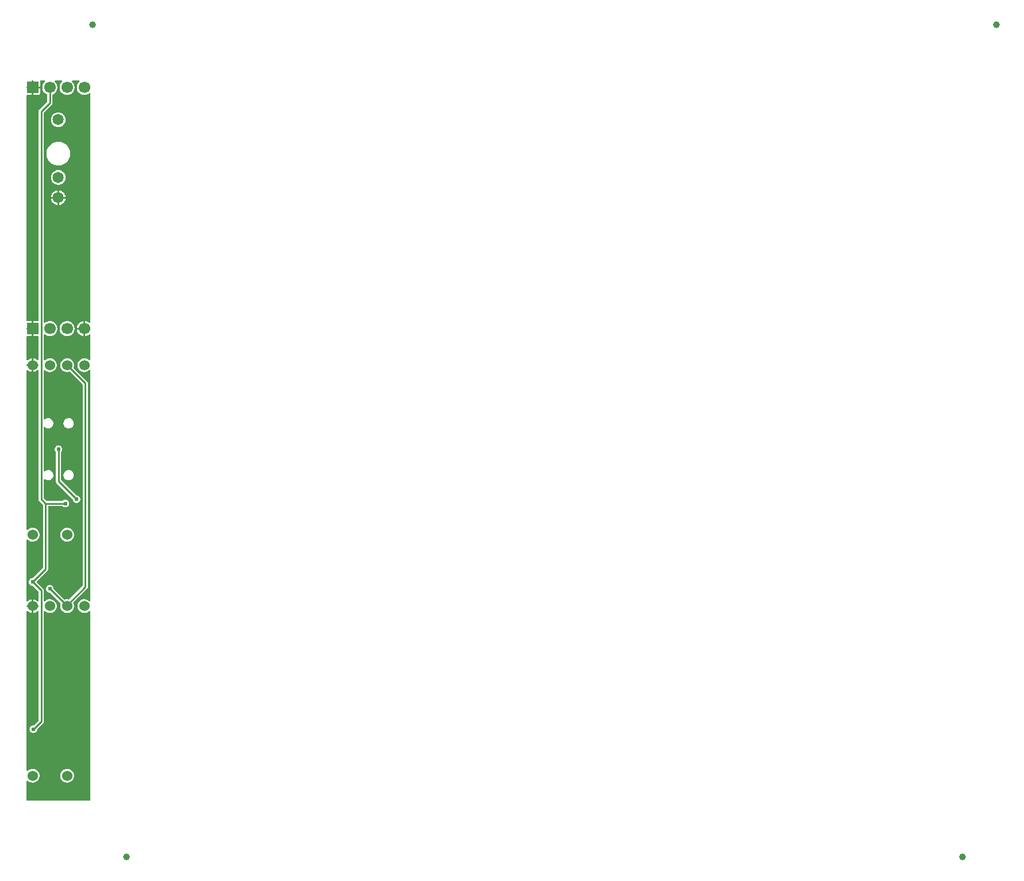
<source format=gtl>
G04 Layer: TopLayer*
G04 Panelize: Stamp Hole, Column: 10, Row: 1, Board Size: 9.91mm x 106.68mm, Panelized Board Size: 153.06mm x 106.68mm*
G04 EasyEDA v6.5.34, 2023-08-21 18:11:39*
G04 ba324229fcc8424cbbcbecf3e9f9a0b2,5a6b42c53f6a479593ecc07194224c93,10*
G04 Gerber Generator version 0.2*
G04 Scale: 100 percent, Rotated: No, Reflected: No *
G04 Dimensions in millimeters *
G04 leading zeros omitted , absolute positions ,4 integer and 5 decimal *
%FSLAX45Y45*%
%MOMM*%

%AMMACRO1*21,1,$1,$2,0,0,$3*%
%ADD10C,0.2540*%
%ADD11C,1.0000*%
%ADD12MACRO1,1.7X1.7X0.0000*%
%ADD13C,1.7000*%
%ADD14C,1.6500*%
%ADD15C,1.5240*%
%ADD16C,0.6096*%
%ADD17C,0.0187*%

%LPD*%
G36*
X36068Y1295908D02*
G01*
X32156Y1296670D01*
X28905Y1298905D01*
X26670Y1302156D01*
X25908Y1306068D01*
X25908Y1583537D01*
X26670Y1587398D01*
X28854Y1590649D01*
X32105Y1592884D01*
X35966Y1593697D01*
X39827Y1592986D01*
X43129Y1590852D01*
X48412Y1585722D01*
X59385Y1577644D01*
X71323Y1571091D01*
X84074Y1566214D01*
X97332Y1563014D01*
X110896Y1561693D01*
X124510Y1562150D01*
X137972Y1564386D01*
X150977Y1568450D01*
X163372Y1574190D01*
X174853Y1581505D01*
X185267Y1590294D01*
X194411Y1600454D01*
X202133Y1611680D01*
X208279Y1623822D01*
X212750Y1636725D01*
X215493Y1650085D01*
X216408Y1663700D01*
X215493Y1677314D01*
X212750Y1690674D01*
X208279Y1703578D01*
X202133Y1715719D01*
X194411Y1726946D01*
X185267Y1737106D01*
X174853Y1745894D01*
X163372Y1753209D01*
X150977Y1758950D01*
X137972Y1763014D01*
X124510Y1765249D01*
X110896Y1765706D01*
X97332Y1764385D01*
X84074Y1761185D01*
X71323Y1756308D01*
X59385Y1749755D01*
X48412Y1741678D01*
X43129Y1736547D01*
X39827Y1734413D01*
X35966Y1733702D01*
X32105Y1734515D01*
X28854Y1736750D01*
X26670Y1740001D01*
X25908Y1743862D01*
X25908Y4083507D01*
X26670Y4087368D01*
X28854Y4090670D01*
X32105Y4092854D01*
X35966Y4093667D01*
X39827Y4092956D01*
X43129Y4090822D01*
X48412Y4085742D01*
X59385Y4077665D01*
X71323Y4071112D01*
X84074Y4066184D01*
X97332Y4063034D01*
X101600Y4062577D01*
X101600Y4150969D01*
X36068Y4150969D01*
X32156Y4151782D01*
X28905Y4153966D01*
X26670Y4157268D01*
X25908Y4161129D01*
X25908Y4166209D01*
X26670Y4170121D01*
X28905Y4173423D01*
X32156Y4175607D01*
X36068Y4176369D01*
X101600Y4176369D01*
X101600Y4264812D01*
X97332Y4264355D01*
X84074Y4261205D01*
X71323Y4256278D01*
X59385Y4249724D01*
X48412Y4241647D01*
X43129Y4236567D01*
X39827Y4234434D01*
X35966Y4233722D01*
X32105Y4234535D01*
X28854Y4236720D01*
X26670Y4240022D01*
X25908Y4243882D01*
X25908Y5136032D01*
X26670Y5139893D01*
X28854Y5143144D01*
X32105Y5145379D01*
X35966Y5146192D01*
X39827Y5145481D01*
X43129Y5143347D01*
X48412Y5138216D01*
X59385Y5130139D01*
X71323Y5123586D01*
X84074Y5118709D01*
X97332Y5115509D01*
X110896Y5114188D01*
X124510Y5114645D01*
X137972Y5116880D01*
X150977Y5120944D01*
X163372Y5126685D01*
X174853Y5134000D01*
X185267Y5142788D01*
X194411Y5152948D01*
X202133Y5164175D01*
X208279Y5176316D01*
X212750Y5189220D01*
X215493Y5202580D01*
X216408Y5216194D01*
X215493Y5229809D01*
X212750Y5243169D01*
X208279Y5256072D01*
X202133Y5268214D01*
X194411Y5279440D01*
X185267Y5289600D01*
X174853Y5298389D01*
X163372Y5305704D01*
X150977Y5311444D01*
X137972Y5315508D01*
X124510Y5317744D01*
X110896Y5318201D01*
X97332Y5316880D01*
X84074Y5313680D01*
X71323Y5308803D01*
X59385Y5302250D01*
X48412Y5294172D01*
X43129Y5289042D01*
X39827Y5286908D01*
X35966Y5286197D01*
X32105Y5287010D01*
X28854Y5289245D01*
X26670Y5292496D01*
X25908Y5296357D01*
X25908Y7636002D01*
X26670Y7639862D01*
X28854Y7643164D01*
X32105Y7645349D01*
X35966Y7646162D01*
X39827Y7645450D01*
X43129Y7643317D01*
X48412Y7638237D01*
X59385Y7630159D01*
X71323Y7623606D01*
X84074Y7618679D01*
X97332Y7615529D01*
X101600Y7615072D01*
X101600Y7703464D01*
X36068Y7703464D01*
X32156Y7704277D01*
X28905Y7706461D01*
X26670Y7709763D01*
X25908Y7713624D01*
X25908Y7718704D01*
X26670Y7722616D01*
X28905Y7725918D01*
X32156Y7728102D01*
X36068Y7728864D01*
X101600Y7728864D01*
X101600Y7817307D01*
X97332Y7816850D01*
X84074Y7813700D01*
X71323Y7808772D01*
X59385Y7802219D01*
X48412Y7794142D01*
X43129Y7789062D01*
X39827Y7786928D01*
X35966Y7786217D01*
X32105Y7787030D01*
X28854Y7789214D01*
X26670Y7792516D01*
X25908Y7796377D01*
X25908Y8133943D01*
X26670Y8137804D01*
X28905Y8141106D01*
X32156Y8143341D01*
X36068Y8144103D01*
X101600Y8144103D01*
X101600Y8242300D01*
X36068Y8242300D01*
X32156Y8243062D01*
X28905Y8245297D01*
X26670Y8248548D01*
X25908Y8252459D01*
X25908Y8257540D01*
X26670Y8261451D01*
X28905Y8264702D01*
X32156Y8266938D01*
X36068Y8267700D01*
X101600Y8267700D01*
X101600Y8365896D01*
X36068Y8365896D01*
X32156Y8366658D01*
X28905Y8368893D01*
X26670Y8372195D01*
X25908Y8376056D01*
X25908Y11689943D01*
X26670Y11693804D01*
X28905Y11697106D01*
X32156Y11699341D01*
X36068Y11700103D01*
X101600Y11700103D01*
X101600Y11798300D01*
X36068Y11798300D01*
X32156Y11799062D01*
X28905Y11801297D01*
X26670Y11804548D01*
X25908Y11808460D01*
X25908Y11813540D01*
X26670Y11817451D01*
X28905Y11820702D01*
X32156Y11822938D01*
X36068Y11823700D01*
X101600Y11823700D01*
X101600Y11901932D01*
X102362Y11905843D01*
X104597Y11909094D01*
X107848Y11911330D01*
X111760Y11912092D01*
X116839Y11912092D01*
X120751Y11911330D01*
X124002Y11909094D01*
X126237Y11905843D01*
X127000Y11901932D01*
X127000Y11823700D01*
X225196Y11823700D01*
X225196Y11895429D01*
X224586Y11900814D01*
X225044Y11905030D01*
X227126Y11908688D01*
X230530Y11911228D01*
X234696Y11912092D01*
X288696Y11912092D01*
X292658Y11911279D01*
X296011Y11908993D01*
X298196Y11905589D01*
X298856Y11901627D01*
X297942Y11897664D01*
X295554Y11894413D01*
X288645Y11888165D01*
X279450Y11877344D01*
X271678Y11865406D01*
X265531Y11852605D01*
X261061Y11839143D01*
X258317Y11825173D01*
X257403Y11811000D01*
X258317Y11796826D01*
X261061Y11782856D01*
X265531Y11769394D01*
X271678Y11756593D01*
X279450Y11744655D01*
X288645Y11733834D01*
X299161Y11724284D01*
X310794Y11716156D01*
X324205Y11709247D01*
X327101Y11706961D01*
X329031Y11703812D01*
X329692Y11700205D01*
X329692Y11602618D01*
X328930Y11598706D01*
X326694Y11595404D01*
X214375Y11483035D01*
X209245Y11476837D01*
X205689Y11470132D01*
X203504Y11462918D01*
X202692Y11454892D01*
X202692Y8376056D01*
X201930Y8372195D01*
X199694Y8368893D01*
X196443Y8366658D01*
X192532Y8365896D01*
X127000Y8365896D01*
X127000Y8267700D01*
X192532Y8267700D01*
X196443Y8266938D01*
X199694Y8264702D01*
X201930Y8261451D01*
X202692Y8257540D01*
X202692Y8252459D01*
X201930Y8248548D01*
X199694Y8245297D01*
X196443Y8243062D01*
X192532Y8242300D01*
X127000Y8242300D01*
X127000Y8144103D01*
X192532Y8144103D01*
X196443Y8143341D01*
X199694Y8141106D01*
X201930Y8137804D01*
X202692Y8133943D01*
X202692Y7796682D01*
X201980Y7792923D01*
X199898Y7789722D01*
X196799Y7787487D01*
X193090Y7786522D01*
X189280Y7787081D01*
X185978Y7788960D01*
X174853Y7798358D01*
X163372Y7805724D01*
X150977Y7811465D01*
X137972Y7815478D01*
X127000Y7817358D01*
X127000Y7728864D01*
X192532Y7728864D01*
X196443Y7728102D01*
X199694Y7725918D01*
X201930Y7722616D01*
X202692Y7718704D01*
X202692Y7713624D01*
X201930Y7709763D01*
X199694Y7706461D01*
X196443Y7704277D01*
X192532Y7703464D01*
X127000Y7703464D01*
X127000Y7615021D01*
X137972Y7616901D01*
X150977Y7620914D01*
X163372Y7626654D01*
X174853Y7634020D01*
X185978Y7643418D01*
X189280Y7645298D01*
X193090Y7645857D01*
X196799Y7644892D01*
X199898Y7642656D01*
X201980Y7639456D01*
X202692Y7635697D01*
X202692Y5740908D01*
X203504Y5732881D01*
X205689Y5725668D01*
X209245Y5718962D01*
X214375Y5712764D01*
X263194Y5663895D01*
X265430Y5660593D01*
X266192Y5656681D01*
X266192Y4731918D01*
X265430Y4728006D01*
X263194Y4724704D01*
X118821Y4580331D01*
X115925Y4578299D01*
X112522Y4577384D01*
X104495Y4576673D01*
X95046Y4574133D01*
X86106Y4570018D01*
X78079Y4564380D01*
X71120Y4557420D01*
X65481Y4549394D01*
X61366Y4540453D01*
X58826Y4531004D01*
X57962Y4521200D01*
X58826Y4511395D01*
X61366Y4501946D01*
X65481Y4493006D01*
X71120Y4484979D01*
X78079Y4478020D01*
X86106Y4472381D01*
X95046Y4468266D01*
X104495Y4465726D01*
X112522Y4465015D01*
X115925Y4464100D01*
X118821Y4462068D01*
X199694Y4381195D01*
X201930Y4377893D01*
X202692Y4373981D01*
X202692Y4244187D01*
X201980Y4240428D01*
X199898Y4237228D01*
X196799Y4234992D01*
X193090Y4234027D01*
X189280Y4234586D01*
X185978Y4236466D01*
X174853Y4245864D01*
X163372Y4253230D01*
X150977Y4258970D01*
X137972Y4262983D01*
X127000Y4264863D01*
X127000Y4176369D01*
X192532Y4176369D01*
X196443Y4175607D01*
X199694Y4173423D01*
X201930Y4170121D01*
X202692Y4166209D01*
X202692Y4161129D01*
X201930Y4157268D01*
X199694Y4153966D01*
X196443Y4151782D01*
X192532Y4150969D01*
X127000Y4150969D01*
X127000Y4062526D01*
X137972Y4064406D01*
X150977Y4068419D01*
X163372Y4074160D01*
X174853Y4081526D01*
X185978Y4090924D01*
X189280Y4092803D01*
X193090Y4093362D01*
X196799Y4092397D01*
X199898Y4090162D01*
X201980Y4086961D01*
X202692Y4083202D01*
X202692Y2484018D01*
X201930Y2480106D01*
X199694Y2476804D01*
X131521Y2408631D01*
X128625Y2406599D01*
X125222Y2405684D01*
X117195Y2404973D01*
X107746Y2402433D01*
X98806Y2398318D01*
X90779Y2392680D01*
X83820Y2385720D01*
X78181Y2377694D01*
X74066Y2368753D01*
X71526Y2359304D01*
X70662Y2349500D01*
X71526Y2339695D01*
X74066Y2330246D01*
X78181Y2321306D01*
X83820Y2313279D01*
X90779Y2306320D01*
X98806Y2300681D01*
X107746Y2296566D01*
X117195Y2294026D01*
X127000Y2293162D01*
X136804Y2294026D01*
X146253Y2296566D01*
X155194Y2300681D01*
X163220Y2306320D01*
X170180Y2313279D01*
X175818Y2321306D01*
X179933Y2330246D01*
X182473Y2339695D01*
X183184Y2347722D01*
X184099Y2351125D01*
X186131Y2354021D01*
X268224Y2436164D01*
X273354Y2442362D01*
X276910Y2449068D01*
X279095Y2456281D01*
X279908Y2464308D01*
X279908Y4083507D01*
X280670Y4087368D01*
X282854Y4090670D01*
X286105Y4092854D01*
X289966Y4093667D01*
X293827Y4092956D01*
X297129Y4090822D01*
X302412Y4085742D01*
X313385Y4077665D01*
X325323Y4071112D01*
X338074Y4066184D01*
X351332Y4063034D01*
X364896Y4061663D01*
X378510Y4062120D01*
X391972Y4064406D01*
X404977Y4068419D01*
X417372Y4074160D01*
X428853Y4081526D01*
X439267Y4090314D01*
X448411Y4100423D01*
X456133Y4111650D01*
X462280Y4123842D01*
X466750Y4136745D01*
X469493Y4150106D01*
X470408Y4163669D01*
X469493Y4177284D01*
X466750Y4190644D01*
X462280Y4203547D01*
X456133Y4215739D01*
X448411Y4226966D01*
X439267Y4237075D01*
X428853Y4245864D01*
X417372Y4253230D01*
X404977Y4258970D01*
X391972Y4262983D01*
X378510Y4265269D01*
X364896Y4265726D01*
X351332Y4264355D01*
X338074Y4261205D01*
X325323Y4256278D01*
X313385Y4249724D01*
X302412Y4241647D01*
X297129Y4236567D01*
X293827Y4234434D01*
X289966Y4233722D01*
X286105Y4234535D01*
X282854Y4236720D01*
X280670Y4240022D01*
X279908Y4243882D01*
X279908Y4393692D01*
X279095Y4401718D01*
X276910Y4408932D01*
X273354Y4415637D01*
X268224Y4421835D01*
X176072Y4514037D01*
X173888Y4517288D01*
X173126Y4521200D01*
X173888Y4525111D01*
X176072Y4528362D01*
X331724Y4684064D01*
X336854Y4690262D01*
X340410Y4696968D01*
X342595Y4704181D01*
X343408Y4712208D01*
X343408Y5628132D01*
X344170Y5632043D01*
X346405Y5635294D01*
X349656Y5637530D01*
X353568Y5638292D01*
X551891Y5638292D01*
X555802Y5637530D01*
X559104Y5635294D01*
X560679Y5633720D01*
X568706Y5628081D01*
X577646Y5623966D01*
X587095Y5621426D01*
X596900Y5620562D01*
X606704Y5621426D01*
X616153Y5623966D01*
X625094Y5628081D01*
X633120Y5633720D01*
X640080Y5640679D01*
X645718Y5648706D01*
X649833Y5657646D01*
X652373Y5667095D01*
X653237Y5676900D01*
X652373Y5686704D01*
X649833Y5696153D01*
X645718Y5705094D01*
X640080Y5713120D01*
X633120Y5720080D01*
X625094Y5725718D01*
X616153Y5729833D01*
X606704Y5732373D01*
X596900Y5733237D01*
X587095Y5732373D01*
X577646Y5729833D01*
X568706Y5725718D01*
X560679Y5720080D01*
X559104Y5718505D01*
X555802Y5716270D01*
X551891Y5715508D01*
X325018Y5715508D01*
X321106Y5716270D01*
X317804Y5718505D01*
X282905Y5753404D01*
X280670Y5756706D01*
X279908Y5760618D01*
X279908Y6028486D01*
X280873Y6032855D01*
X283667Y6036360D01*
X287680Y6038342D01*
X292150Y6038443D01*
X296214Y6036564D01*
X304088Y6030569D01*
X314248Y6025032D01*
X325221Y6021120D01*
X336600Y6018885D01*
X348234Y6018428D01*
X359765Y6019800D01*
X370941Y6022848D01*
X381558Y6027623D01*
X391312Y6033922D01*
X399999Y6041644D01*
X407365Y6050635D01*
X413308Y6060592D01*
X417677Y6071362D01*
X420319Y6082690D01*
X421182Y6094272D01*
X420319Y6105855D01*
X417677Y6117183D01*
X413308Y6127953D01*
X407365Y6137910D01*
X399999Y6146901D01*
X391312Y6154623D01*
X381558Y6160922D01*
X370941Y6165697D01*
X359765Y6168745D01*
X348234Y6170117D01*
X336600Y6169660D01*
X325221Y6167424D01*
X314248Y6163513D01*
X304088Y6157976D01*
X296214Y6151981D01*
X292150Y6150102D01*
X287680Y6150203D01*
X283667Y6152184D01*
X280873Y6155690D01*
X279908Y6160058D01*
X279908Y6793941D01*
X280873Y6798309D01*
X283667Y6801866D01*
X287680Y6803847D01*
X292150Y6803898D01*
X296214Y6802069D01*
X304038Y6796074D01*
X314248Y6790537D01*
X325170Y6786625D01*
X336600Y6784390D01*
X348183Y6783933D01*
X359714Y6785305D01*
X370941Y6788353D01*
X381558Y6793128D01*
X391261Y6799427D01*
X399948Y6807149D01*
X407365Y6816140D01*
X413308Y6826097D01*
X417626Y6836867D01*
X420268Y6848195D01*
X421182Y6859778D01*
X420268Y6871360D01*
X417626Y6882688D01*
X413308Y6893458D01*
X407365Y6903415D01*
X399948Y6912406D01*
X391261Y6920128D01*
X381558Y6926427D01*
X370941Y6931202D01*
X359714Y6934250D01*
X348183Y6935622D01*
X336600Y6935165D01*
X325170Y6932930D01*
X314248Y6929018D01*
X304038Y6923481D01*
X296214Y6917486D01*
X292150Y6915658D01*
X287680Y6915708D01*
X283667Y6917690D01*
X280873Y6921246D01*
X279908Y6925614D01*
X279908Y7636002D01*
X280670Y7639862D01*
X282854Y7643164D01*
X286105Y7645349D01*
X289966Y7646162D01*
X293827Y7645450D01*
X297129Y7643317D01*
X302412Y7638237D01*
X313385Y7630159D01*
X325323Y7623606D01*
X338074Y7618679D01*
X351332Y7615529D01*
X364896Y7614158D01*
X378510Y7614615D01*
X391972Y7616901D01*
X404977Y7620914D01*
X417372Y7626654D01*
X428853Y7634020D01*
X439267Y7642809D01*
X448411Y7652918D01*
X456133Y7664145D01*
X462280Y7676337D01*
X466750Y7689240D01*
X469493Y7702600D01*
X470408Y7716164D01*
X469493Y7729778D01*
X466750Y7743139D01*
X462280Y7756042D01*
X456133Y7768234D01*
X448411Y7779461D01*
X439267Y7789570D01*
X428853Y7798358D01*
X417372Y7805724D01*
X404977Y7811465D01*
X391972Y7815478D01*
X378510Y7817764D01*
X364896Y7818221D01*
X351332Y7816850D01*
X338074Y7813700D01*
X325323Y7808772D01*
X313385Y7802219D01*
X302412Y7794142D01*
X297129Y7789062D01*
X293827Y7786928D01*
X289966Y7786217D01*
X286105Y7787030D01*
X282854Y7789214D01*
X280670Y7792516D01*
X279908Y7796377D01*
X279908Y8162848D01*
X280670Y8166658D01*
X282752Y8169909D01*
X285953Y8172145D01*
X289763Y8173008D01*
X293573Y8172399D01*
X296875Y8170367D01*
X299161Y8168284D01*
X310794Y8160156D01*
X323392Y8153603D01*
X336753Y8148675D01*
X350621Y8145525D01*
X364744Y8144154D01*
X378968Y8144611D01*
X392988Y8146897D01*
X406603Y8150910D01*
X419608Y8156702D01*
X431749Y8164068D01*
X442874Y8172907D01*
X452729Y8183118D01*
X461213Y8194497D01*
X468223Y8206892D01*
X473557Y8220049D01*
X477164Y8233816D01*
X478942Y8247888D01*
X478942Y8262112D01*
X477164Y8276183D01*
X473557Y8289950D01*
X468223Y8303107D01*
X461213Y8315502D01*
X452729Y8326881D01*
X442874Y8337092D01*
X431749Y8345931D01*
X419608Y8353298D01*
X406603Y8359038D01*
X392988Y8363102D01*
X378968Y8365388D01*
X364744Y8365845D01*
X350621Y8364474D01*
X336753Y8361324D01*
X323392Y8356396D01*
X310794Y8349843D01*
X299161Y8341715D01*
X296875Y8339632D01*
X293573Y8337600D01*
X289763Y8336991D01*
X285953Y8337854D01*
X282752Y8340090D01*
X280670Y8343341D01*
X279908Y8347151D01*
X279908Y11435181D01*
X280670Y11439093D01*
X282905Y11442395D01*
X395224Y11554764D01*
X400354Y11560962D01*
X403910Y11567668D01*
X406095Y11574881D01*
X406908Y11582908D01*
X406908Y11700459D01*
X407670Y11704269D01*
X409752Y11707520D01*
X412953Y11709755D01*
X419608Y11712702D01*
X431749Y11720068D01*
X442874Y11728907D01*
X452729Y11739118D01*
X461213Y11750497D01*
X468223Y11762892D01*
X473557Y11776049D01*
X477164Y11789816D01*
X478942Y11803888D01*
X478942Y11818112D01*
X477164Y11832183D01*
X473557Y11845950D01*
X468223Y11859107D01*
X461213Y11871502D01*
X452729Y11882882D01*
X439064Y11897207D01*
X437946Y11901170D01*
X438454Y11905284D01*
X440588Y11908840D01*
X443992Y11911228D01*
X448056Y11912092D01*
X542696Y11912092D01*
X546658Y11911279D01*
X550011Y11908993D01*
X552196Y11905589D01*
X552856Y11901627D01*
X551942Y11897664D01*
X549554Y11894413D01*
X542645Y11888165D01*
X533450Y11877344D01*
X525678Y11865406D01*
X519531Y11852605D01*
X515061Y11839143D01*
X512318Y11825173D01*
X511403Y11811000D01*
X512318Y11796826D01*
X515061Y11782856D01*
X519531Y11769394D01*
X525678Y11756593D01*
X533450Y11744655D01*
X542645Y11733834D01*
X553161Y11724284D01*
X564794Y11716156D01*
X577392Y11709603D01*
X590753Y11704675D01*
X604621Y11701526D01*
X618744Y11700154D01*
X632968Y11700611D01*
X646988Y11702897D01*
X660603Y11706910D01*
X673608Y11712702D01*
X685749Y11720068D01*
X696874Y11728907D01*
X706729Y11739118D01*
X715213Y11750497D01*
X722223Y11762892D01*
X727557Y11776049D01*
X731164Y11789816D01*
X732942Y11803888D01*
X732942Y11818112D01*
X731164Y11832183D01*
X727557Y11845950D01*
X722223Y11859107D01*
X715213Y11871502D01*
X706729Y11882882D01*
X693064Y11897207D01*
X691946Y11901170D01*
X692454Y11905284D01*
X694588Y11908840D01*
X697992Y11911228D01*
X702056Y11912092D01*
X796696Y11912092D01*
X800658Y11911279D01*
X804011Y11908993D01*
X806196Y11905589D01*
X806856Y11901627D01*
X805942Y11897664D01*
X803554Y11894413D01*
X796645Y11888165D01*
X787450Y11877344D01*
X779678Y11865406D01*
X773531Y11852605D01*
X769061Y11839143D01*
X766318Y11825173D01*
X765403Y11811000D01*
X766318Y11796826D01*
X769061Y11782856D01*
X773531Y11769394D01*
X779678Y11756593D01*
X787450Y11744655D01*
X796645Y11733834D01*
X807161Y11724284D01*
X818794Y11716156D01*
X831392Y11709603D01*
X844753Y11704675D01*
X858621Y11701526D01*
X872744Y11700154D01*
X886968Y11700611D01*
X900988Y11702897D01*
X914603Y11706910D01*
X927608Y11712702D01*
X939749Y11720068D01*
X948182Y11726773D01*
X951534Y11728551D01*
X955294Y11729008D01*
X958951Y11727992D01*
X961999Y11725757D01*
X963980Y11722557D01*
X964692Y11718848D01*
X964692Y8347151D01*
X963980Y8343442D01*
X961999Y8340242D01*
X958951Y8338007D01*
X955294Y8336991D01*
X951534Y8337448D01*
X948182Y8339226D01*
X939749Y8345931D01*
X927608Y8353298D01*
X914603Y8359038D01*
X900988Y8363102D01*
X889000Y8365032D01*
X889000Y8267700D01*
X954532Y8267700D01*
X958443Y8266938D01*
X961694Y8264702D01*
X963930Y8261451D01*
X964692Y8257540D01*
X964692Y8252459D01*
X963930Y8248548D01*
X961694Y8245297D01*
X958443Y8243062D01*
X954532Y8242300D01*
X889000Y8242300D01*
X889000Y8144967D01*
X900988Y8146897D01*
X914603Y8150910D01*
X927608Y8156702D01*
X939749Y8164068D01*
X948182Y8170773D01*
X951534Y8172551D01*
X955294Y8173008D01*
X958951Y8171992D01*
X961999Y8169757D01*
X963980Y8166557D01*
X964692Y8162848D01*
X964692Y7796682D01*
X963980Y7792923D01*
X961898Y7789722D01*
X958799Y7787487D01*
X955090Y7786522D01*
X951280Y7787081D01*
X947978Y7788960D01*
X936853Y7798358D01*
X925372Y7805724D01*
X912977Y7811465D01*
X899972Y7815478D01*
X886510Y7817764D01*
X872896Y7818221D01*
X859332Y7816850D01*
X846074Y7813700D01*
X833323Y7808772D01*
X821385Y7802219D01*
X810412Y7794142D01*
X800608Y7784642D01*
X792124Y7773974D01*
X785164Y7762240D01*
X779881Y7749692D01*
X776274Y7736535D01*
X774446Y7723022D01*
X774446Y7709357D01*
X776274Y7695844D01*
X779881Y7682687D01*
X785164Y7670139D01*
X792124Y7658404D01*
X800608Y7647736D01*
X810412Y7638237D01*
X821385Y7630159D01*
X833323Y7623606D01*
X846074Y7618679D01*
X859332Y7615529D01*
X872896Y7614158D01*
X886510Y7614615D01*
X899972Y7616901D01*
X912977Y7620914D01*
X925372Y7626654D01*
X936853Y7634020D01*
X947978Y7643418D01*
X951280Y7645298D01*
X955090Y7645857D01*
X958799Y7644892D01*
X961898Y7642656D01*
X963980Y7639456D01*
X964692Y7635697D01*
X964692Y4244187D01*
X963980Y4240428D01*
X961898Y4237228D01*
X958799Y4234992D01*
X955090Y4234027D01*
X951280Y4234586D01*
X947978Y4236466D01*
X936853Y4245864D01*
X925372Y4253230D01*
X912977Y4258970D01*
X899972Y4262983D01*
X886510Y4265269D01*
X872896Y4265726D01*
X859332Y4264355D01*
X846074Y4261205D01*
X833323Y4256278D01*
X821385Y4249724D01*
X810412Y4241647D01*
X800608Y4232148D01*
X792124Y4221480D01*
X785164Y4209745D01*
X779881Y4197197D01*
X776274Y4184040D01*
X774446Y4170527D01*
X774446Y4156862D01*
X776274Y4143349D01*
X779881Y4130192D01*
X785164Y4117644D01*
X792124Y4105910D01*
X800608Y4095242D01*
X810412Y4085742D01*
X821385Y4077665D01*
X833323Y4071112D01*
X846074Y4066184D01*
X859332Y4063034D01*
X872896Y4061663D01*
X886510Y4062120D01*
X899972Y4064406D01*
X912977Y4068419D01*
X925372Y4074160D01*
X936853Y4081526D01*
X947978Y4090924D01*
X951280Y4092803D01*
X955090Y4093362D01*
X958799Y4092397D01*
X961898Y4090162D01*
X963980Y4086961D01*
X964692Y4083202D01*
X964692Y1306068D01*
X963930Y1302156D01*
X961694Y1298905D01*
X958443Y1296670D01*
X954532Y1295908D01*
G37*

%LPC*%
G36*
X127000Y11700103D02*
G01*
X198729Y11700103D01*
X205028Y11700814D01*
X210515Y11702694D01*
X215392Y11705793D01*
X219506Y11709908D01*
X222605Y11714784D01*
X224485Y11720271D01*
X225196Y11726570D01*
X225196Y11798300D01*
X127000Y11798300D01*
G37*
G36*
X618896Y5114188D02*
G01*
X632510Y5114645D01*
X645972Y5116880D01*
X658977Y5120944D01*
X671372Y5126685D01*
X682853Y5134000D01*
X693267Y5142788D01*
X702411Y5152948D01*
X710133Y5164175D01*
X716280Y5176316D01*
X720750Y5189220D01*
X723493Y5202580D01*
X724408Y5216194D01*
X723493Y5229809D01*
X720750Y5243169D01*
X716280Y5256072D01*
X710133Y5268214D01*
X702411Y5279440D01*
X693267Y5289600D01*
X682853Y5298389D01*
X671372Y5305704D01*
X658977Y5311444D01*
X645972Y5315508D01*
X632510Y5317744D01*
X618896Y5318201D01*
X605332Y5316880D01*
X592074Y5313680D01*
X579323Y5308803D01*
X567385Y5302250D01*
X556412Y5294172D01*
X546608Y5284673D01*
X538124Y5273954D01*
X531164Y5262219D01*
X525881Y5249672D01*
X522274Y5236514D01*
X520446Y5223002D01*
X520446Y5209387D01*
X522274Y5195874D01*
X525881Y5182717D01*
X531164Y5170170D01*
X538124Y5158435D01*
X546608Y5147716D01*
X556412Y5138216D01*
X567385Y5130139D01*
X579323Y5123586D01*
X592074Y5118709D01*
X605332Y5115509D01*
G37*
G36*
X762000Y5684062D02*
G01*
X771804Y5684926D01*
X781253Y5687466D01*
X790194Y5691581D01*
X798220Y5697220D01*
X805180Y5704179D01*
X810818Y5712206D01*
X814933Y5721146D01*
X817473Y5730595D01*
X818337Y5740400D01*
X817473Y5750204D01*
X814933Y5759653D01*
X810818Y5768594D01*
X805180Y5776620D01*
X798220Y5783580D01*
X790194Y5789218D01*
X781253Y5793333D01*
X771804Y5795873D01*
X763778Y5796584D01*
X760374Y5797499D01*
X757478Y5799531D01*
X536905Y6020104D01*
X534670Y6023406D01*
X533908Y6027318D01*
X533908Y6431991D01*
X534670Y6435902D01*
X536905Y6439204D01*
X538480Y6440779D01*
X544118Y6448806D01*
X548233Y6457746D01*
X550773Y6467195D01*
X551637Y6477000D01*
X550773Y6486804D01*
X548233Y6496253D01*
X544118Y6505194D01*
X538480Y6513220D01*
X531520Y6520180D01*
X523493Y6525818D01*
X514553Y6529933D01*
X505104Y6532473D01*
X495300Y6533337D01*
X485495Y6532473D01*
X476046Y6529933D01*
X467106Y6525818D01*
X459079Y6520180D01*
X452120Y6513220D01*
X446481Y6505194D01*
X442366Y6496253D01*
X439826Y6486804D01*
X438962Y6477000D01*
X439826Y6467195D01*
X442366Y6457746D01*
X446481Y6448806D01*
X452120Y6440779D01*
X453694Y6439204D01*
X455930Y6435902D01*
X456692Y6431991D01*
X456692Y6007608D01*
X457504Y5999581D01*
X459689Y5992368D01*
X463245Y5985662D01*
X468376Y5979464D01*
X702868Y5744921D01*
X704900Y5742025D01*
X705815Y5738622D01*
X706526Y5730595D01*
X709066Y5721146D01*
X713181Y5712206D01*
X718820Y5704179D01*
X725779Y5697220D01*
X733806Y5691581D01*
X742746Y5687466D01*
X752195Y5684926D01*
G37*
G36*
X648208Y6018377D02*
G01*
X659739Y6019749D01*
X670966Y6022797D01*
X681583Y6027572D01*
X691286Y6033871D01*
X699973Y6041593D01*
X707390Y6050584D01*
X713333Y6060541D01*
X717651Y6071311D01*
X720293Y6082639D01*
X721207Y6094222D01*
X720293Y6105804D01*
X717651Y6117132D01*
X713333Y6127902D01*
X707390Y6137859D01*
X699973Y6146850D01*
X691286Y6154572D01*
X681583Y6160871D01*
X670966Y6165646D01*
X659739Y6168694D01*
X648208Y6170066D01*
X636625Y6169609D01*
X625195Y6167374D01*
X614273Y6163462D01*
X604062Y6157925D01*
X594817Y6150864D01*
X586790Y6142482D01*
X580085Y6132982D01*
X574954Y6122568D01*
X571449Y6111494D01*
X569671Y6100013D01*
X569671Y6088430D01*
X571449Y6076950D01*
X574954Y6065875D01*
X580085Y6055461D01*
X586790Y6045962D01*
X594817Y6037580D01*
X604062Y6030518D01*
X614273Y6024981D01*
X625195Y6021070D01*
X636625Y6018834D01*
G37*
G36*
X648208Y6783882D02*
G01*
X659739Y6785254D01*
X670915Y6788302D01*
X681532Y6793077D01*
X691286Y6799376D01*
X699973Y6807098D01*
X707339Y6816090D01*
X713282Y6826046D01*
X717651Y6836816D01*
X720293Y6848144D01*
X721156Y6859727D01*
X720293Y6871309D01*
X717651Y6882638D01*
X713282Y6893407D01*
X707339Y6903364D01*
X699973Y6912356D01*
X691286Y6920077D01*
X681532Y6926376D01*
X670915Y6931152D01*
X659739Y6934200D01*
X648208Y6935571D01*
X636574Y6935114D01*
X625195Y6932879D01*
X614222Y6928967D01*
X604062Y6923430D01*
X594817Y6916369D01*
X586740Y6907987D01*
X580085Y6898487D01*
X574903Y6888073D01*
X571398Y6876999D01*
X569620Y6865518D01*
X569620Y6853936D01*
X571398Y6842455D01*
X574903Y6831380D01*
X580085Y6820966D01*
X586740Y6811467D01*
X594817Y6803085D01*
X604062Y6796024D01*
X614222Y6790486D01*
X625195Y6786575D01*
X636574Y6784340D01*
G37*
G36*
X618896Y1561693D02*
G01*
X632510Y1562150D01*
X645972Y1564386D01*
X658977Y1568450D01*
X671372Y1574190D01*
X682853Y1581505D01*
X693267Y1590294D01*
X702411Y1600454D01*
X710133Y1611680D01*
X716280Y1623822D01*
X720750Y1636725D01*
X723493Y1650085D01*
X724408Y1663700D01*
X723493Y1677314D01*
X720750Y1690674D01*
X716280Y1703578D01*
X710133Y1715719D01*
X702411Y1726946D01*
X693267Y1737106D01*
X682853Y1745894D01*
X671372Y1753209D01*
X658977Y1758950D01*
X645972Y1763014D01*
X632510Y1765249D01*
X618896Y1765706D01*
X605332Y1764385D01*
X592074Y1761185D01*
X579323Y1756308D01*
X567385Y1749755D01*
X556412Y1741678D01*
X546608Y1732178D01*
X538124Y1721459D01*
X531164Y1709724D01*
X525881Y1697177D01*
X522274Y1684020D01*
X520446Y1670507D01*
X520446Y1656892D01*
X522274Y1643380D01*
X525881Y1630222D01*
X531164Y1617675D01*
X538124Y1605940D01*
X546608Y1595221D01*
X556412Y1585722D01*
X567385Y1577644D01*
X579323Y1571091D01*
X592074Y1566214D01*
X605332Y1563014D01*
G37*
G36*
X618744Y8144154D02*
G01*
X632968Y8144611D01*
X646988Y8146897D01*
X660603Y8150910D01*
X673608Y8156702D01*
X685749Y8164068D01*
X696874Y8172907D01*
X706729Y8183118D01*
X715213Y8194497D01*
X722223Y8206892D01*
X727557Y8220049D01*
X731164Y8233816D01*
X732942Y8247888D01*
X732942Y8262112D01*
X731164Y8276183D01*
X727557Y8289950D01*
X722223Y8303107D01*
X715213Y8315502D01*
X706729Y8326881D01*
X696874Y8337092D01*
X685749Y8345931D01*
X673608Y8353298D01*
X660603Y8359038D01*
X646988Y8363102D01*
X632968Y8365388D01*
X618744Y8365845D01*
X604621Y8364474D01*
X590753Y8361324D01*
X577392Y8356396D01*
X564794Y8349843D01*
X553161Y8341715D01*
X542645Y8332165D01*
X533450Y8321344D01*
X525678Y8309406D01*
X519531Y8296605D01*
X515061Y8283143D01*
X512318Y8269173D01*
X511403Y8255000D01*
X512318Y8240826D01*
X515061Y8226856D01*
X519531Y8213394D01*
X525678Y8200593D01*
X533450Y8188655D01*
X542645Y8177834D01*
X553161Y8168284D01*
X564794Y8160156D01*
X577392Y8153603D01*
X590753Y8148675D01*
X604621Y8145525D01*
G37*
G36*
X863600Y8145068D02*
G01*
X863600Y8242300D01*
X766216Y8242300D01*
X766318Y8240826D01*
X769061Y8226856D01*
X773531Y8213394D01*
X779678Y8200593D01*
X787450Y8188655D01*
X796645Y8177834D01*
X807161Y8168284D01*
X818794Y8160156D01*
X831392Y8153603D01*
X844753Y8148675D01*
X858621Y8145525D01*
G37*
G36*
X618896Y4061663D02*
G01*
X632510Y4062120D01*
X645972Y4064406D01*
X658977Y4068419D01*
X671372Y4074160D01*
X682853Y4081526D01*
X693267Y4090314D01*
X702411Y4100423D01*
X710133Y4111650D01*
X716280Y4123842D01*
X720750Y4136745D01*
X723493Y4150106D01*
X724408Y4163669D01*
X723493Y4177284D01*
X720750Y4190644D01*
X716280Y4203547D01*
X714857Y4206392D01*
X713790Y4210456D01*
X714451Y4214622D01*
X716737Y4218127D01*
X915924Y4417364D01*
X921054Y4423562D01*
X924610Y4430268D01*
X926795Y4437481D01*
X927608Y4445508D01*
X927608Y7449007D01*
X926795Y7457033D01*
X924610Y7464247D01*
X921054Y7470902D01*
X915924Y7477150D01*
X720902Y7672171D01*
X718769Y7675321D01*
X717956Y7678978D01*
X718515Y7682687D01*
X720750Y7689240D01*
X723493Y7702600D01*
X724408Y7716164D01*
X723493Y7729778D01*
X720750Y7743139D01*
X716280Y7756042D01*
X710133Y7768234D01*
X702411Y7779461D01*
X693267Y7789570D01*
X682853Y7798358D01*
X671372Y7805724D01*
X658977Y7811465D01*
X645972Y7815478D01*
X632510Y7817764D01*
X618896Y7818221D01*
X605332Y7816850D01*
X592074Y7813700D01*
X579323Y7808772D01*
X567385Y7802219D01*
X556412Y7794142D01*
X546608Y7784642D01*
X538124Y7773974D01*
X531164Y7762240D01*
X525881Y7749692D01*
X522274Y7736535D01*
X520446Y7723022D01*
X520446Y7709357D01*
X522274Y7695844D01*
X525881Y7682687D01*
X531164Y7670139D01*
X538124Y7658404D01*
X546608Y7647736D01*
X556412Y7638237D01*
X567385Y7630159D01*
X579323Y7623606D01*
X592074Y7618679D01*
X605332Y7615529D01*
X618896Y7614158D01*
X632510Y7614615D01*
X645972Y7616901D01*
X656183Y7620050D01*
X659790Y7620508D01*
X663346Y7619593D01*
X666343Y7617510D01*
X847394Y7436459D01*
X849630Y7433157D01*
X850392Y7429296D01*
X850392Y4465218D01*
X849630Y4461306D01*
X847394Y4458004D01*
X655167Y4265777D01*
X652576Y4263898D01*
X649528Y4262932D01*
X646277Y4262932D01*
X632510Y4265269D01*
X618896Y4265726D01*
X605332Y4264355D01*
X592074Y4261205D01*
X589076Y4260037D01*
X585266Y4259376D01*
X581456Y4260189D01*
X578256Y4262374D01*
X427634Y4412996D01*
X425602Y4415891D01*
X424688Y4419295D01*
X423773Y4429404D01*
X421233Y4438853D01*
X417118Y4447794D01*
X411480Y4455820D01*
X404520Y4462780D01*
X396494Y4468418D01*
X387553Y4472533D01*
X378104Y4475073D01*
X368300Y4475937D01*
X358495Y4475073D01*
X349046Y4472533D01*
X340106Y4468418D01*
X332079Y4462780D01*
X325120Y4455820D01*
X319481Y4447794D01*
X315366Y4438853D01*
X312826Y4429404D01*
X311962Y4419600D01*
X312826Y4409795D01*
X315366Y4400346D01*
X319481Y4391406D01*
X325120Y4383379D01*
X332079Y4376420D01*
X340106Y4370781D01*
X349046Y4366666D01*
X358495Y4364126D01*
X364439Y4363567D01*
X367842Y4362653D01*
X370738Y4360672D01*
X523493Y4207865D01*
X525526Y4204970D01*
X526440Y4201566D01*
X526135Y4198010D01*
X522274Y4184040D01*
X520446Y4170527D01*
X520446Y4156862D01*
X522274Y4143349D01*
X525881Y4130192D01*
X531164Y4117644D01*
X538124Y4105910D01*
X546608Y4095242D01*
X556412Y4085742D01*
X567385Y4077665D01*
X579323Y4071112D01*
X592074Y4066184D01*
X605332Y4063034D01*
G37*
G36*
X480822Y10076332D02*
G01*
X480822Y10171226D01*
X385978Y10171226D01*
X386029Y10169753D01*
X388823Y10155834D01*
X393395Y10142423D01*
X399643Y10129723D01*
X407517Y10117937D01*
X416864Y10107269D01*
X427532Y10097922D01*
X439318Y10090048D01*
X452018Y10083749D01*
X465480Y10079228D01*
X479348Y10076434D01*
G37*
G36*
X506222Y10076332D02*
G01*
X507644Y10076434D01*
X521563Y10079228D01*
X534974Y10083749D01*
X547725Y10090048D01*
X559511Y10097922D01*
X570128Y10107269D01*
X579475Y10117937D01*
X587349Y10129723D01*
X593648Y10142423D01*
X598220Y10155834D01*
X600964Y10169753D01*
X601065Y10171226D01*
X506222Y10171226D01*
G37*
G36*
X385978Y10196626D02*
G01*
X480822Y10196626D01*
X480822Y10291470D01*
X479348Y10291368D01*
X465480Y10288574D01*
X452018Y10284053D01*
X439318Y10277754D01*
X427532Y10269880D01*
X416864Y10260533D01*
X407517Y10249865D01*
X399643Y10238079D01*
X393395Y10225379D01*
X388823Y10211968D01*
X386029Y10198049D01*
G37*
G36*
X506222Y10196626D02*
G01*
X601065Y10196626D01*
X600964Y10198049D01*
X598220Y10211968D01*
X593648Y10225379D01*
X587349Y10238079D01*
X579475Y10249865D01*
X570128Y10260533D01*
X559511Y10269880D01*
X547725Y10277754D01*
X534974Y10284053D01*
X521563Y10288574D01*
X507644Y10291368D01*
X506222Y10291470D01*
G37*
G36*
X493522Y10375544D02*
G01*
X507644Y10376458D01*
X521563Y10379252D01*
X534974Y10383774D01*
X547725Y10390073D01*
X559511Y10397947D01*
X570128Y10407294D01*
X579475Y10417962D01*
X587349Y10429748D01*
X593648Y10442448D01*
X598220Y10455859D01*
X600964Y10469778D01*
X601878Y10483951D01*
X600964Y10498074D01*
X598220Y10511993D01*
X593648Y10525404D01*
X587349Y10538104D01*
X579475Y10549890D01*
X570128Y10560558D01*
X559511Y10569905D01*
X547725Y10577779D01*
X534974Y10584078D01*
X521563Y10588599D01*
X507644Y10591393D01*
X493522Y10592308D01*
X479348Y10591393D01*
X465480Y10588599D01*
X452018Y10584078D01*
X439318Y10577779D01*
X427532Y10569905D01*
X416864Y10560558D01*
X407517Y10549890D01*
X399643Y10538104D01*
X393395Y10525404D01*
X388823Y10511993D01*
X386029Y10498074D01*
X385114Y10483951D01*
X386029Y10469778D01*
X388823Y10455859D01*
X393395Y10442448D01*
X399643Y10429748D01*
X407517Y10417962D01*
X416864Y10407294D01*
X427532Y10397947D01*
X439318Y10390073D01*
X452018Y10383774D01*
X465480Y10379252D01*
X479348Y10376458D01*
G37*
G36*
X498043Y10658094D02*
G01*
X516128Y10659465D01*
X533908Y10662716D01*
X551332Y10667796D01*
X568096Y10674604D01*
X584047Y10683138D01*
X599084Y10693247D01*
X613003Y10704830D01*
X625652Y10717784D01*
X636879Y10732008D01*
X646582Y10747298D01*
X654710Y10763453D01*
X661060Y10780420D01*
X665683Y10797946D01*
X668477Y10815828D01*
X669391Y10833912D01*
X668477Y10851997D01*
X665683Y10869879D01*
X661060Y10887405D01*
X654710Y10904372D01*
X646582Y10920526D01*
X636879Y10935817D01*
X625652Y10950041D01*
X613003Y10962995D01*
X599084Y10974578D01*
X584047Y10984687D01*
X568096Y10993221D01*
X551332Y11000028D01*
X533908Y11005108D01*
X516128Y11008360D01*
X498043Y11009731D01*
X479958Y11009274D01*
X461975Y11006937D01*
X444347Y11002822D01*
X427278Y10996828D01*
X410870Y10989157D01*
X395325Y10979861D01*
X380847Y10968990D01*
X367538Y10956696D01*
X355600Y10943082D01*
X345084Y10928299D01*
X336194Y10912551D01*
X328930Y10895939D01*
X323443Y10878718D01*
X319735Y10860989D01*
X317855Y10842955D01*
X317855Y10824870D01*
X319735Y10806836D01*
X323443Y10789107D01*
X328930Y10771886D01*
X336194Y10755274D01*
X345084Y10739526D01*
X355600Y10724743D01*
X367538Y10711129D01*
X380847Y10698835D01*
X395325Y10687964D01*
X410870Y10678668D01*
X427278Y10670997D01*
X444347Y10665002D01*
X461975Y10660888D01*
X479958Y10658551D01*
G37*
G36*
X493522Y11225530D02*
G01*
X507644Y11226444D01*
X521563Y11229238D01*
X534974Y11233759D01*
X547725Y11240058D01*
X559511Y11247932D01*
X570128Y11257280D01*
X579475Y11267948D01*
X587349Y11279733D01*
X593648Y11292433D01*
X598220Y11305844D01*
X600964Y11319764D01*
X601878Y11333937D01*
X600964Y11348059D01*
X598220Y11361978D01*
X593648Y11375390D01*
X587349Y11388090D01*
X579475Y11399875D01*
X570128Y11410543D01*
X559511Y11419890D01*
X547725Y11427764D01*
X534974Y11434064D01*
X521563Y11438585D01*
X507644Y11441379D01*
X493522Y11442293D01*
X479348Y11441379D01*
X465480Y11438585D01*
X452018Y11434064D01*
X439318Y11427764D01*
X427532Y11419890D01*
X416864Y11410543D01*
X407517Y11399875D01*
X399643Y11388090D01*
X393395Y11375390D01*
X388823Y11361978D01*
X386029Y11348059D01*
X385114Y11333937D01*
X386029Y11319764D01*
X388823Y11305844D01*
X393395Y11292433D01*
X399643Y11279733D01*
X407517Y11267948D01*
X416864Y11257280D01*
X427532Y11247932D01*
X439318Y11240058D01*
X452018Y11233759D01*
X465480Y11229238D01*
X479348Y11226444D01*
G37*
G36*
X766216Y8267700D02*
G01*
X863600Y8267700D01*
X863600Y8364931D01*
X858621Y8364474D01*
X844753Y8361324D01*
X831392Y8356396D01*
X818794Y8349843D01*
X807161Y8341715D01*
X796645Y8332165D01*
X787450Y8321344D01*
X779678Y8309406D01*
X773531Y8296605D01*
X769061Y8283143D01*
X766318Y8269173D01*
G37*

%LPD*%
D10*
X114300Y4521200D02*
G01*
X241300Y4394200D01*
X241300Y2463800D01*
X127000Y2349500D01*
X114300Y4521200D02*
G01*
X304800Y4711700D01*
X304800Y4889500D01*
X584200Y5676900D02*
G01*
X304800Y5676900D01*
X762000Y5740400D02*
G01*
X495300Y6007100D01*
X495300Y6477000D01*
X368300Y4419600D02*
G01*
X368300Y4417695D01*
X622300Y4163695D01*
X622300Y4163695D02*
G01*
X622300Y4178300D01*
X889000Y4445000D01*
X889000Y7449489D01*
X622300Y7716189D01*
X304800Y4889500D02*
G01*
X304800Y5676900D01*
X241300Y5740400D01*
X241300Y11455400D01*
X368300Y11582400D01*
X368300Y11811000D01*
D11*
G01*
X999997Y12737998D03*
G01*
X14305991Y12737998D03*
G01*
X1499997Y470001D03*
G01*
X13805992Y470001D03*
D12*
G01*
X114300Y8255000D03*
D13*
G01*
X368300Y8255000D03*
G01*
X622300Y8255000D03*
G01*
X876300Y8255000D03*
D12*
G01*
X114300Y11811000D03*
D13*
G01*
X368300Y11811000D03*
G01*
X622300Y11811000D03*
G01*
X876300Y11811000D03*
D14*
G01*
X493521Y11333861D03*
G01*
X493521Y10483875D03*
G01*
X493521Y10183850D03*
D15*
G01*
X114300Y4163695D03*
G01*
X368300Y4163695D03*
G01*
X876300Y4163695D03*
G01*
X622300Y1663700D03*
G01*
X114300Y1663700D03*
G01*
X114300Y5216194D03*
G01*
X876300Y7716189D03*
G01*
X622300Y7716189D03*
G01*
X368300Y7716189D03*
G01*
X114300Y7716189D03*
G01*
X622300Y4163695D03*
G01*
X622300Y5216194D03*
D16*
G01*
X127000Y2349500D03*
G01*
X355600Y6477000D03*
G01*
X622300Y6477000D03*
G01*
X165100Y6477000D03*
G01*
X596900Y5676900D03*
G01*
X114300Y4521200D03*
G01*
X368300Y4419600D03*
G01*
X762000Y5740400D03*
G01*
X495300Y6477000D03*
G01*
X635000Y7874000D03*
G01*
X876300Y8051800D03*
G01*
X368300Y7874000D03*
G01*
X114300Y7874000D03*
G01*
X368300Y7531100D03*
G01*
X622300Y7531100D03*
G01*
X152400Y5943600D03*
G01*
X152400Y5715000D03*
G01*
X749300Y4038600D03*
G01*
X114300Y4025900D03*
M02*

</source>
